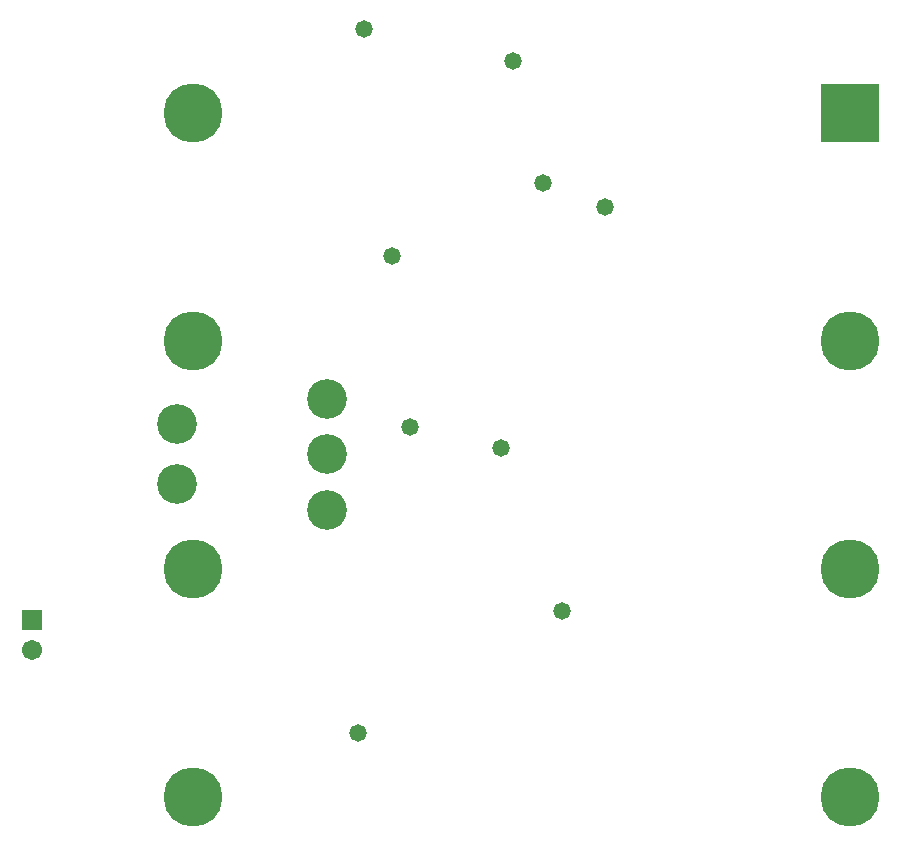
<source format=gbs>
G04*
G04 #@! TF.GenerationSoftware,Altium Limited,Altium Designer,22.2.1 (43)*
G04*
G04 Layer_Color=16711935*
%FSLAX25Y25*%
%MOIN*%
G70*
G04*
G04 #@! TF.SameCoordinates,1B490597-E986-4BE8-99EB-E72609ADCA5A*
G04*
G04*
G04 #@! TF.FilePolarity,Negative*
G04*
G01*
G75*
%ADD39C,0.13202*%
%ADD40R,0.19698X0.19698*%
%ADD41C,0.19698*%
%ADD42C,0.06706*%
%ADD43R,0.06706X0.06706*%
%ADD44C,0.05800*%
D39*
X107100Y-189204D02*
D03*
Y-170700D02*
D03*
Y-152196D02*
D03*
X57100Y-180700D02*
D03*
Y-160700D02*
D03*
D40*
X281500Y-57131D02*
D03*
D41*
Y-133116D02*
D03*
Y-209100D02*
D03*
Y-285084D02*
D03*
X62563D02*
D03*
Y-209100D02*
D03*
Y-133116D02*
D03*
Y-57131D02*
D03*
D42*
X8700Y-236000D02*
D03*
D43*
Y-226000D02*
D03*
D44*
X165100Y-168800D02*
D03*
X169200Y-39700D02*
D03*
X119400Y-29000D02*
D03*
X200000Y-88200D02*
D03*
X179300Y-80400D02*
D03*
X128900Y-104500D02*
D03*
X117600Y-263800D02*
D03*
X135000Y-161800D02*
D03*
X185500Y-223100D02*
D03*
M02*

</source>
